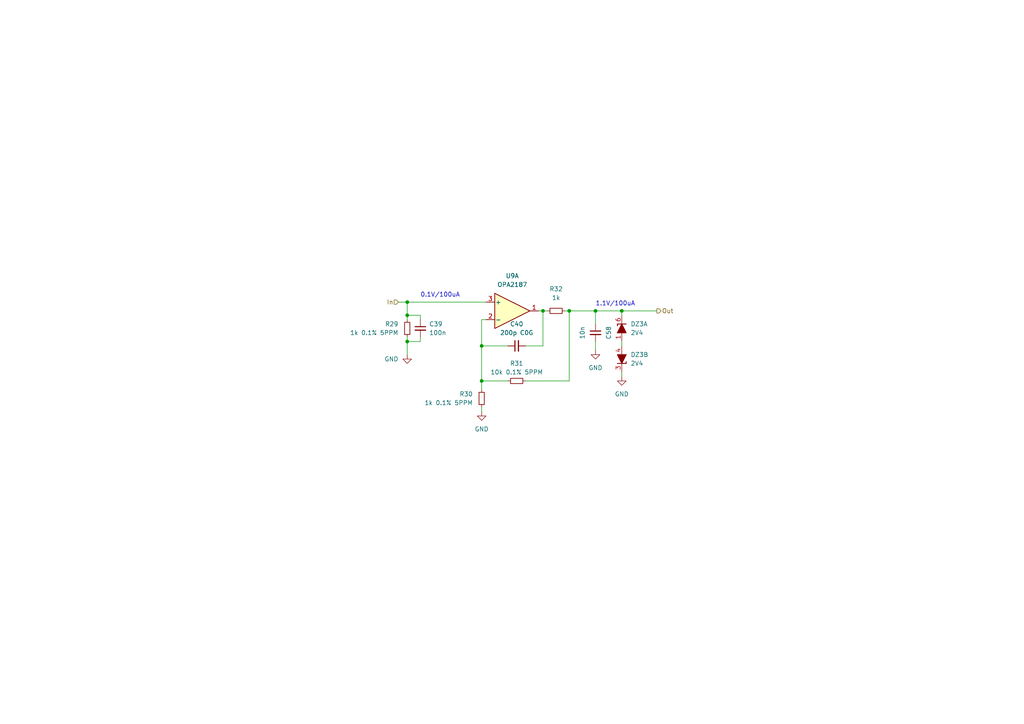
<source format=kicad_sch>
(kicad_sch (version 20230121) (generator eeschema)
  (paper "A4")
  (title_block (date "2024-01-20"))
  (lib_symbols
    (symbol "Device:C_Small" (pin_numbers hide) (pin_names (offset 0.254) hide)
      (property "Reference" "C" (at 0.254 1.778 0))
      (property "Value" "C_Small" (at 0.254 -2.032 0))
      (symbol "C_Small_0_1"
        (polyline (pts (xy -1.524 -0.508) (xy 1.524 -0.508)) (stroke (width 0.3302)))
        (polyline (pts (xy -1.524 0.508) (xy 1.524 0.508)) (stroke (width 0.3048)))
      )
      (symbol "C_Small_1_1"
        (pin passive line (at 0 2.54 270) (length 2.032) (name "~") (number "1"))
        (pin passive line (at 0 -2.54 90) (length 2.032) (name "~") (number "2"))
      )
    )
    (symbol "Device:R_Small" (pin_numbers hide) (pin_names (offset 0.254) hide)
      (property "Reference" "R" (at 0.762 0.508 0))
      (property "Value" "R_Small" (at 0.762 -1.016 0))
      (symbol "R_Small_0_1"
        (rectangle (start -0.762 1.778) (end 0.762 -1.778) (stroke (width 0.2032)))
      )
      (symbol "R_Small_1_1"
        (pin passive line (at 0 2.54 270) (length 0.762) (name "~") (number "1"))
        (pin passive line (at 0 -2.54 90) (length 0.762) (name "~") (number "2"))
      )
    )
    (symbol "MEMS_Discrete-semiconductor:D_Zener_2V4_dual_MMBZ5221BS" (pin_names (offset 1.016) hide)
      (property "Reference" "DZ" (at 0 5.08 0))
      (property "Value" "2V4" (at 0 2.54 0))
      (symbol "D_Zener_2V4_dual_MMBZ5221BS_0_1"
        (polyline (pts (xy -1.27 0) (xy 1.27 0)))
        (polyline (pts (xy 1.27 -1.27) (xy 1.27 1.27)) (stroke (width 0.254)))
        (polyline (pts (xy 1.27 1.27) (xy 0.762 1.27)) (stroke (width 0.254)))
        (polyline (pts (xy -1.27 1.27) (xy -1.27 -1.27) (xy 1.27 0) (xy -1.27 1.27)) (stroke (width 0.254)) (fill (type outline)))
      )
      (symbol "D_Zener_2V4_dual_MMBZ5221BS_1_1"
        (pin passive line (at -3.81 0 0) (length 2.54) (name "A") (number "1"))
        (pin passive line (at 3.81 0 180) (length 2.54) (name "K") (number "6"))
      )
      (symbol "D_Zener_2V4_dual_MMBZ5221BS_2_1"
        (pin passive line (at 3.81 0 180) (length 2.54) (name "K") (number "3"))
        (pin passive line (at -3.81 0 0) (length 2.54) (name "A") (number "4"))
      )
    )
    (symbol "MEMS_IC:OPA2187IDR-SOIC8" (pin_names (offset 0.127))
      (property "Reference" "U" (at 0 5.08 0))
      (property "Value" "OPA2187" (at 0 -5.08 0))
      (symbol "OPA2187IDR-SOIC8_1_1"
        (polyline (pts (xy -5.08 5.08) (xy 5.08 0) (xy -5.08 -5.08) (xy -5.08 5.08)) (stroke (width 0.254)) (fill (type background)))
        (pin output line (at 7.62 0 180) (length 2.54) (name "~") (number "1"))
        (pin input line (at -7.62 -2.54 0) (length 2.54) (name "-") (number "2"))
        (pin input line (at -7.62 2.54 0) (length 2.54) (name "+") (number "3"))
      )
      (symbol "OPA2187IDR-SOIC8_2_1"
        (polyline (pts (xy -5.08 5.08) (xy 5.08 0) (xy -5.08 -5.08) (xy -5.08 5.08)) (stroke (width 0.254)) (fill (type background)))
        (pin input line (at -7.62 2.54 0) (length 2.54) (name "+") (number "5"))
        (pin input line (at -7.62 -2.54 0) (length 2.54) (name "-") (number "6"))
        (pin output line (at 7.62 0 180) (length 2.54) (name "~") (number "7"))
      )
      (symbol "OPA2187IDR-SOIC8_3_1"
        (pin power_in line (at -2.54 -7.62 90) (length 3.81) (name "V-") (number "4"))
        (pin power_in line (at -2.54 7.62 270) (length 3.81) (name "V+") (number "8"))
      )
    )
    (symbol "MEMS_Passive:R_0805_10k_0.1%_5PPM" (pin_numbers hide) (pin_names (offset 0.254) hide)
      (property "Reference" "R" (at 0.762 0.508 0))
      (property "Value" "10k 0.1% 5PPM" (at 0.762 -1.016 0))
      (symbol "R_0805_10k_0.1%_5PPM_0_1"
        (rectangle (start -0.762 1.778) (end 0.762 -1.778) (stroke (width 0.2032)))
      )
      (symbol "R_0805_10k_0.1%_5PPM_1_1"
        (pin passive line (at 0 2.54 270) (length 0.762) (name "~") (number "1"))
        (pin passive line (at 0 -2.54 90) (length 0.762) (name "~") (number "2"))
      )
    )
    (symbol "MEMS_Passive:R_0805_1k_0.1%_5PPM" (pin_numbers hide) (pin_names (offset 0.254) hide)
      (property "Reference" "R" (at 0.762 0.508 0))
      (property "Value" "1k 0.1% 5PPM" (at 0.762 -1.016 0))
      (symbol "R_0805_1k_0.1%_5PPM_0_1"
        (rectangle (start -0.762 1.778) (end 0.762 -1.778) (stroke (width 0.2032)))
      )
      (symbol "R_0805_1k_0.1%_5PPM_1_1"
        (pin passive line (at 0 2.54 270) (length 0.762) (name "~") (number "1"))
        (pin passive line (at 0 -2.54 90) (length 0.762) (name "~") (number "2"))
      )
    )
    (symbol "power:GND" (power) (pin_names (offset 0))
      (property "Value" "GND" (at 0 -3.81 0))
      (symbol "GND_0_1"
        (polyline (pts (xy 0 0) (xy 0 -1.27) (xy 1.27 -1.27) (xy 0 -2.54) (xy -1.27 -1.27) (xy 0 -1.27)))
      )
      (symbol "GND_1_1"
        (pin power_in line (at 0 0 270) (length 0) hide (name "GND") (number "1"))
      )
    )
  )
  (junction (at 118.11 91.44))
  (junction (at 139.7 110.49))
  (junction (at 118.11 87.63))
  (junction (at 118.11 99.06))
  (junction (at 157.48 90.17))
  (junction (at 180.34 90.17))
  (junction (at 172.72 90.17))
  (junction (at 139.7 100.33))
  (junction (at 165.1 90.17))
  (wire (pts (xy 172.72 90.17) (xy 172.72 93.98)))
  (wire (pts (xy 156.21 90.17) (xy 157.48 90.17)))
  (wire (pts (xy 157.48 100.33) (xy 157.48 90.17)))
  (wire (pts (xy 180.34 90.17) (xy 180.34 91.44)))
  (wire (pts (xy 139.7 110.49) (xy 139.7 113.03)))
  (wire (pts (xy 172.72 99.06) (xy 172.72 101.6)))
  (wire (pts (xy 118.11 91.44) (xy 121.92 91.44)))
  (wire (pts (xy 172.72 90.17) (xy 180.34 90.17)))
  (wire (pts (xy 139.7 92.71) (xy 139.7 100.33)))
  (wire (pts (xy 165.1 90.17) (xy 163.83 90.17)))
  (wire (pts (xy 139.7 100.33) (xy 139.7 110.49)))
  (wire (pts (xy 180.34 99.06) (xy 180.34 100.33)))
  (wire (pts (xy 139.7 100.33) (xy 147.32 100.33)))
  (wire (pts (xy 180.34 107.95) (xy 180.34 109.22)))
  (wire (pts (xy 147.32 110.49) (xy 139.7 110.49)))
  (wire (pts (xy 121.92 99.06) (xy 118.11 99.06)))
  (wire (pts (xy 165.1 90.17) (xy 165.1 110.49)))
  (wire (pts (xy 152.4 110.49) (xy 165.1 110.49)))
  (wire (pts (xy 157.48 90.17) (xy 158.75 90.17)))
  (wire (pts (xy 152.4 100.33) (xy 157.48 100.33)))
  (wire (pts (xy 118.11 99.06) (xy 118.11 102.87)))
  (wire (pts (xy 139.7 92.71) (xy 140.97 92.71)))
  (wire (pts (xy 118.11 87.63) (xy 140.97 87.63)))
  (wire (pts (xy 118.11 97.79) (xy 118.11 99.06)))
  (wire (pts (xy 121.92 97.79) (xy 121.92 99.06)))
  (wire (pts (xy 118.11 87.63) (xy 118.11 91.44)))
  (wire (pts (xy 115.57 87.63) (xy 118.11 87.63)))
  (wire (pts (xy 118.11 91.44) (xy 118.11 92.71)))
  (wire (pts (xy 165.1 90.17) (xy 172.72 90.17)))
  (wire (pts (xy 139.7 118.11) (xy 139.7 119.38)))
  (wire (pts (xy 180.34 90.17) (xy 190.5 90.17)))
  (wire (pts (xy 121.92 92.71) (xy 121.92 91.44)))
  (text "1.1V/100uA" (at 172.72 88.9 0) (effects (font (size 1.27 1.27)) (justify left bottom)))
  (text "0.1V/100uA" (at 121.92 86.36 0) (effects (font (size 1.27 1.27)) (justify left bottom)))
  (hierarchical_label "Out" (shape output) (at 190.5 90.17 0))
  (hierarchical_label "In" (shape input) (at 115.57 87.63 180))
  (symbol (lib_id "Device:C_Small") (at 149.86 100.33 90) (unit 1)
    (property "Reference" "C40" (at 149.8663 93.98 90))
    (property "Value" "200p C0G" (at 149.8663 96.52 90))
    (property "Footprint" "Capacitor_SMD:C_0805_2012Metric_Pad1.18x1.45mm_HandSolder" (effects hide))
  )
  (symbol (lib_id "Device:C_Small") (at 121.92 95.25 0) (unit 1)
    (property "Reference" "C39" (at 124.46 93.9863 0) (effects (justify left)))
    (property "Value" "100n" (at 124.46 96.5263 0) (effects (justify left)))
    (property "Footprint" "Capacitor_SMD:C_0805_2012Metric_Pad1.18x1.45mm_HandSolder" (effects hide))
  )
  (symbol (lib_id "Device:R_Small") (at 161.29 90.17 90) (unit 1)
    (property "Reference" "R32" (at 161.29 83.82 90))
    (property "Value" "1k" (at 161.29 86.36 90))
    (property "Footprint" "Resistor_SMD:R_0805_2012Metric" (effects hide))
  )
  (symbol (lib_id "power:GND") (at 180.34 109.22 0) (mirror y) (unit 1)
    (property "Reference" "#PWR084" (effects hide))
    (property "Value" "GND" (at 180.34 114.3 0))
  )
  (symbol (lib_id "MEMS_Passive:R_0805_10k_0.1%_5PPM") (at 149.86 110.49 90) (mirror x) (unit 1)
    (property "Reference" "R31" (at 149.86 105.41 90))
    (property "Value" "10k 0.1% 5PPM" (at 149.86 107.95 90))
    (property "Footprint" "Resistor_SMD:R_0805_2012Metric_Pad1.20x1.40mm_HandSolder" (effects hide))
    (property "Datasheet" "https://www.mouser.pl/datasheet/2/414/TTRB_S_A0010186342_1-2565648.pdf" (effects hide))
    (property "MPN" "PCF0805-13-10KBT1" (effects hide))
    (property "Mouser" "756-PCF08051310KBT1" (effects hide))
  )
  (symbol (lib_id "power:GND") (at 139.7 119.38 0) (mirror y) (unit 1)
    (property "Reference" "#PWR082" (effects hide))
    (property "Value" "GND" (at 139.7 124.46 0))
  )
  (symbol (lib_id "MEMS_Discrete-semiconductor:D_Zener_2V4_dual_MMBZ5221BS") (at 180.34 95.25 90) (unit 1)
    (property "Reference" "DZ3" (at 182.88 93.98 90) (effects (justify right)))
    (property "Value" "2V4" (at 182.88 96.52 90) (effects (justify right)))
    (property "Footprint" "Package_TO_SOT_SMD:SOT-363_SC-70-6_Handsoldering" (effects hide))
    (property "Datasheet" "https://www.mouser.pl/datasheet/2/115/DIODS09919_1-2541805.pdf" (effects hide))
    (property "Mouser" "621-MMBZ5221BS-F" (effects hide))
    (property "MPN" "MMBZ5221BS-7-F" (effects hide))
  )
  (symbol (lib_id "power:GND") (at 118.11 102.87 0) (mirror y) (unit 1)
    (property "Reference" "#PWR081" (effects hide))
    (property "Value" "GND" (at 115.57 104.14 0) (effects (justify left)))
  )
  (symbol (lib_id "power:GND") (at 172.72 101.6 0) (mirror y) (unit 1)
    (property "Reference" "#PWR083" (effects hide))
    (property "Value" "GND" (at 172.72 106.68 0))
  )
  (symbol (lib_id "Device:C_Small") (at 172.72 96.52 0) (unit 1)
    (property "Reference" "C58" (at 176.53 96.52 90))
    (property "Value" "10n" (at 168.91 96.52 90))
    (property "Footprint" "Capacitor_SMD:C_0805_2012Metric_Pad1.18x1.45mm_HandSolder" (effects hide))
  )
  (symbol (lib_id "MEMS_IC:OPA2187IDR-SOIC8") (at 148.59 90.17 0) (unit 1)
    (property "Reference" "U9" (at 148.59 80.01 0))
    (property "Value" "OPA2187" (at 148.59 82.55 0))
    (property "Footprint" "Package_SO:SOIC-8_3.9x4.9mm_P1.27mm" (effects hide))
    (property "Datasheet" "https://www.ti.com/lit/ds/symlink/opa4187.pdf" (effects hide))
    (property "MPN" "OPA2187IDR" (effects hide))
    (property "Mouser" "595-OPA2187IDR" (effects hide))
  )
  (symbol (lib_id "MEMS_Discrete-semiconductor:D_Zener_2V4_dual_MMBZ5221BS") (at 180.34 104.14 270) (unit 2)
    (property "Reference" "DZ3" (at 182.88 102.87 90) (effects (justify left)))
    (property "Value" "2V4" (at 182.88 105.41 90) (effects (justify left)))
    (property "Footprint" "Package_TO_SOT_SMD:SOT-363_SC-70-6_Handsoldering" (effects hide))
    (property "Datasheet" "https://www.mouser.pl/datasheet/2/115/DIODS09919_1-2541805.pdf" (effects hide))
    (property "Mouser" "621-MMBZ5221BS-F" (effects hide))
    (property "MPN" "MMBZ5221BS-7-F" (effects hide))
  )
  (symbol (lib_id "MEMS_Passive:R_0805_1k_0.1%_5PPM") (at 139.7 115.57 0) (unit 1)
    (property "Reference" "R30" (at 137.16 114.3 0) (effects (justify right)))
    (property "Value" "1k 0.1% 5PPM" (at 137.16 116.84 0) (effects (justify right)))
    (property "Footprint" "Resistor_SMD:R_0805_2012Metric_Pad1.20x1.40mm_HandSolder" (effects hide))
    (property "Datasheet" "https://www.mouser.pl/datasheet/2/414/TTRB_S_A0010186342_1-2565648.pdf" (effects hide))
    (property "MPN" "PCF0805-13-1K0BT1" (effects hide))
    (property "Mouser" "756-PCF0805131K0BT1" (effects hide))
  )
  (symbol (lib_id "MEMS_Passive:R_0805_1k_0.1%_5PPM") (at 118.11 95.25 0) (unit 1)
    (property "Reference" "R29" (at 115.57 93.98 0) (effects (justify right)))
    (property "Value" "1k 0.1% 5PPM" (at 115.57 96.52 0) (effects (justify right)))
    (property "Footprint" "Resistor_SMD:R_0805_2012Metric_Pad1.20x1.40mm_HandSolder" (effects hide))
    (property "Datasheet" "https://www.mouser.pl/datasheet/2/414/TTRB_S_A0010186342_1-2565648.pdf" (effects hide))
    (property "MPN" "PCF0805-13-1K0BT1" (effects hide))
    (property "Mouser" "756-PCF0805131K0BT1" (effects hide))
  )
)
</source>
